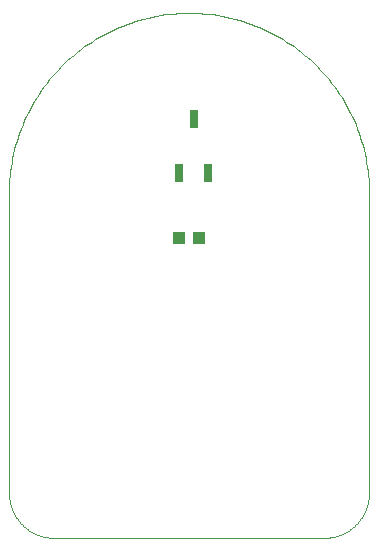
<source format=gtp>
G75*
%MOIN*%
%OFA0B0*%
%FSLAX25Y25*%
%IPPOS*%
%LPD*%
%AMOC8*
5,1,8,0,0,1.08239X$1,22.5*
%
%ADD10R,0.04331X0.03937*%
%ADD11R,0.02500X0.05906*%
%ADD12C,0.00000*%
D10*
X0060654Y0101500D03*
X0067346Y0101500D03*
D11*
X0070437Y0123094D03*
X0060594Y0123094D03*
X0065713Y0141205D03*
D12*
X0004000Y0116500D02*
X0004000Y0016500D01*
X0004004Y0016138D01*
X0004018Y0015775D01*
X0004039Y0015413D01*
X0004070Y0015052D01*
X0004109Y0014692D01*
X0004157Y0014333D01*
X0004214Y0013975D01*
X0004279Y0013618D01*
X0004353Y0013263D01*
X0004436Y0012910D01*
X0004527Y0012559D01*
X0004626Y0012211D01*
X0004734Y0011865D01*
X0004850Y0011521D01*
X0004975Y0011181D01*
X0005107Y0010844D01*
X0005248Y0010510D01*
X0005397Y0010179D01*
X0005554Y0009852D01*
X0005718Y0009529D01*
X0005890Y0009210D01*
X0006070Y0008896D01*
X0006258Y0008585D01*
X0006453Y0008280D01*
X0006655Y0007979D01*
X0006865Y0007683D01*
X0007081Y0007393D01*
X0007305Y0007107D01*
X0007535Y0006827D01*
X0007772Y0006553D01*
X0008016Y0006285D01*
X0008266Y0006022D01*
X0008522Y0005766D01*
X0008785Y0005516D01*
X0009053Y0005272D01*
X0009327Y0005035D01*
X0009607Y0004805D01*
X0009893Y0004581D01*
X0010183Y0004365D01*
X0010479Y0004155D01*
X0010780Y0003953D01*
X0011085Y0003758D01*
X0011396Y0003570D01*
X0011710Y0003390D01*
X0012029Y0003218D01*
X0012352Y0003054D01*
X0012679Y0002897D01*
X0013010Y0002748D01*
X0013344Y0002607D01*
X0013681Y0002475D01*
X0014021Y0002350D01*
X0014365Y0002234D01*
X0014711Y0002126D01*
X0015059Y0002027D01*
X0015410Y0001936D01*
X0015763Y0001853D01*
X0016118Y0001779D01*
X0016475Y0001714D01*
X0016833Y0001657D01*
X0017192Y0001609D01*
X0017552Y0001570D01*
X0017913Y0001539D01*
X0018275Y0001518D01*
X0018638Y0001504D01*
X0019000Y0001500D01*
X0109000Y0001500D01*
X0109362Y0001504D01*
X0109725Y0001518D01*
X0110087Y0001539D01*
X0110448Y0001570D01*
X0110808Y0001609D01*
X0111167Y0001657D01*
X0111525Y0001714D01*
X0111882Y0001779D01*
X0112237Y0001853D01*
X0112590Y0001936D01*
X0112941Y0002027D01*
X0113289Y0002126D01*
X0113635Y0002234D01*
X0113979Y0002350D01*
X0114319Y0002475D01*
X0114656Y0002607D01*
X0114990Y0002748D01*
X0115321Y0002897D01*
X0115648Y0003054D01*
X0115971Y0003218D01*
X0116290Y0003390D01*
X0116604Y0003570D01*
X0116915Y0003758D01*
X0117220Y0003953D01*
X0117521Y0004155D01*
X0117817Y0004365D01*
X0118107Y0004581D01*
X0118393Y0004805D01*
X0118673Y0005035D01*
X0118947Y0005272D01*
X0119215Y0005516D01*
X0119478Y0005766D01*
X0119734Y0006022D01*
X0119984Y0006285D01*
X0120228Y0006553D01*
X0120465Y0006827D01*
X0120695Y0007107D01*
X0120919Y0007393D01*
X0121135Y0007683D01*
X0121345Y0007979D01*
X0121547Y0008280D01*
X0121742Y0008585D01*
X0121930Y0008896D01*
X0122110Y0009210D01*
X0122282Y0009529D01*
X0122446Y0009852D01*
X0122603Y0010179D01*
X0122752Y0010510D01*
X0122893Y0010844D01*
X0123025Y0011181D01*
X0123150Y0011521D01*
X0123266Y0011865D01*
X0123374Y0012211D01*
X0123473Y0012559D01*
X0123564Y0012910D01*
X0123647Y0013263D01*
X0123721Y0013618D01*
X0123786Y0013975D01*
X0123843Y0014333D01*
X0123891Y0014692D01*
X0123930Y0015052D01*
X0123961Y0015413D01*
X0123982Y0015775D01*
X0123996Y0016138D01*
X0124000Y0016500D01*
X0124000Y0116500D01*
X0123982Y0117961D01*
X0123929Y0119421D01*
X0123840Y0120880D01*
X0123716Y0122336D01*
X0123556Y0123788D01*
X0123361Y0125236D01*
X0123130Y0126679D01*
X0122865Y0128116D01*
X0122565Y0129546D01*
X0122230Y0130968D01*
X0121860Y0132382D01*
X0121456Y0133786D01*
X0121018Y0135180D01*
X0120546Y0136563D01*
X0120041Y0137934D01*
X0119502Y0139292D01*
X0118931Y0140637D01*
X0118327Y0141967D01*
X0117691Y0143283D01*
X0117023Y0144582D01*
X0116323Y0145865D01*
X0115592Y0147130D01*
X0114831Y0148378D01*
X0114040Y0149606D01*
X0113219Y0150815D01*
X0112369Y0152003D01*
X0111490Y0153170D01*
X0110583Y0154316D01*
X0109648Y0155439D01*
X0108686Y0156539D01*
X0107698Y0157615D01*
X0106684Y0158667D01*
X0105644Y0159694D01*
X0104580Y0160695D01*
X0103492Y0161671D01*
X0102380Y0162619D01*
X0101246Y0163540D01*
X0100089Y0164433D01*
X0098912Y0165297D01*
X0097713Y0166133D01*
X0096494Y0166939D01*
X0095256Y0167716D01*
X0094000Y0168462D01*
X0092726Y0169177D01*
X0091435Y0169861D01*
X0090127Y0170513D01*
X0088804Y0171133D01*
X0087466Y0171721D01*
X0086115Y0172276D01*
X0084750Y0172798D01*
X0083373Y0173286D01*
X0081984Y0173741D01*
X0080585Y0174162D01*
X0079176Y0174549D01*
X0077758Y0174901D01*
X0076332Y0175219D01*
X0074898Y0175502D01*
X0073458Y0175750D01*
X0072013Y0175963D01*
X0070562Y0176140D01*
X0069108Y0176282D01*
X0067651Y0176389D01*
X0066191Y0176460D01*
X0064731Y0176496D01*
X0063269Y0176496D01*
X0061809Y0176460D01*
X0060349Y0176389D01*
X0058892Y0176282D01*
X0057438Y0176140D01*
X0055987Y0175963D01*
X0054542Y0175750D01*
X0053102Y0175502D01*
X0051668Y0175219D01*
X0050242Y0174901D01*
X0048824Y0174549D01*
X0047415Y0174162D01*
X0046016Y0173741D01*
X0044627Y0173286D01*
X0043250Y0172798D01*
X0041885Y0172276D01*
X0040534Y0171721D01*
X0039196Y0171133D01*
X0037873Y0170513D01*
X0036565Y0169861D01*
X0035274Y0169177D01*
X0034000Y0168462D01*
X0032744Y0167716D01*
X0031506Y0166939D01*
X0030287Y0166133D01*
X0029088Y0165297D01*
X0027911Y0164433D01*
X0026754Y0163540D01*
X0025620Y0162619D01*
X0024508Y0161671D01*
X0023420Y0160695D01*
X0022356Y0159694D01*
X0021316Y0158667D01*
X0020302Y0157615D01*
X0019314Y0156539D01*
X0018352Y0155439D01*
X0017417Y0154316D01*
X0016510Y0153170D01*
X0015631Y0152003D01*
X0014781Y0150815D01*
X0013960Y0149606D01*
X0013169Y0148378D01*
X0012408Y0147130D01*
X0011677Y0145865D01*
X0010977Y0144582D01*
X0010309Y0143283D01*
X0009673Y0141967D01*
X0009069Y0140637D01*
X0008498Y0139292D01*
X0007959Y0137934D01*
X0007454Y0136563D01*
X0006982Y0135180D01*
X0006544Y0133786D01*
X0006140Y0132382D01*
X0005770Y0130968D01*
X0005435Y0129546D01*
X0005135Y0128116D01*
X0004870Y0126679D01*
X0004639Y0125236D01*
X0004444Y0123788D01*
X0004284Y0122336D01*
X0004160Y0120880D01*
X0004071Y0119421D01*
X0004018Y0117961D01*
X0004000Y0116500D01*
M02*

</source>
